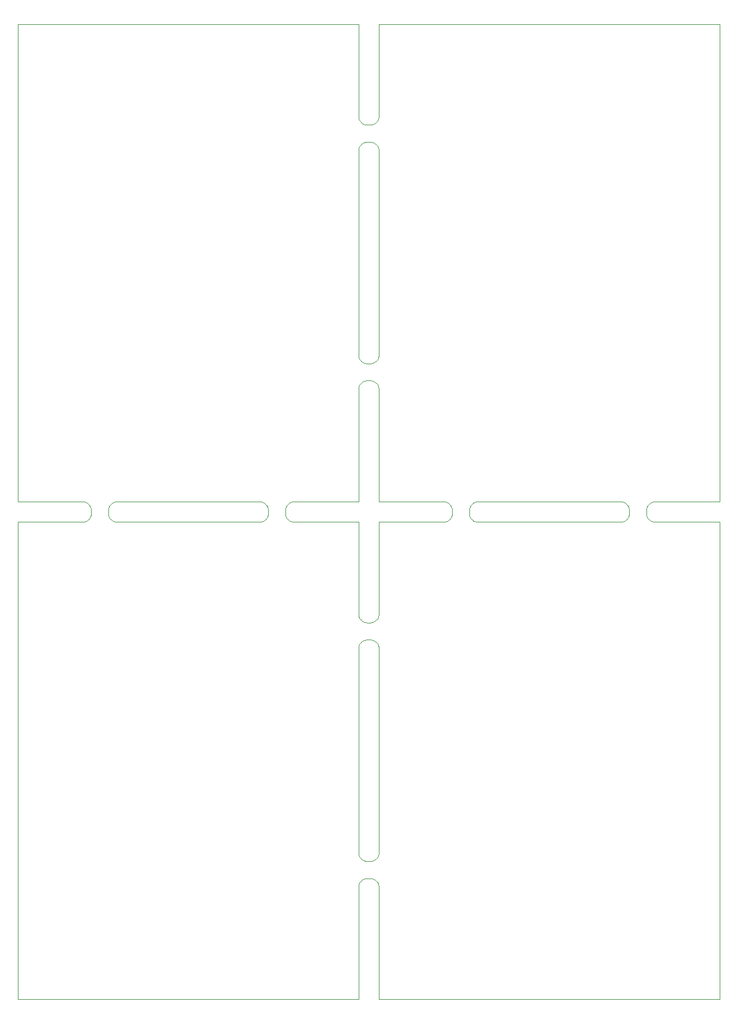
<source format=gbr>
%TF.GenerationSoftware,KiCad,Pcbnew,(5.1.5)-2*%
%TF.CreationDate,2020-06-14T05:32:06+12:00*%
%TF.ProjectId,output.RGB-to-component-panel,6f757470-7574-42e5-9247-422d746f2d63,rev?*%
%TF.SameCoordinates,Original*%
%TF.FileFunction,Profile,NP*%
%FSLAX46Y46*%
G04 Gerber Fmt 4.6, Leading zero omitted, Abs format (unit mm)*
G04 Created by KiCad (PCBNEW (5.1.5)-2) date 2020-06-14 05:32:06*
%MOMM*%
%LPD*%
G04 APERTURE LIST*
%ADD10C,0.050000*%
%ADD11C,0.100000*%
G04 APERTURE END LIST*
D10*
X123000000Y-113000000D02*
X123000000Y-183000000D01*
X123000000Y-183000000D02*
X73000000Y-183000000D01*
X20000000Y-183000000D02*
X20000000Y-113000000D01*
X70000000Y-183000000D02*
X20000000Y-183000000D01*
X73000000Y-40000000D02*
X123000000Y-40000000D01*
X123000000Y-40000000D02*
X123000000Y-110000000D01*
X20000000Y-110000000D02*
X20000000Y-40000000D01*
X20000000Y-40000000D02*
X70000000Y-40000000D01*
D11*
X70000000Y-166500020D02*
X70000000Y-183000000D01*
X73000000Y-166500020D02*
X73000000Y-183000000D01*
X73000000Y-166500020D02*
X72992313Y-166400316D01*
X70000000Y-166500020D02*
X70007687Y-166400316D01*
X72992313Y-166400316D02*
X72976985Y-166301498D01*
X70007687Y-166400316D02*
X70023015Y-166301498D01*
X72976985Y-166301498D02*
X72954107Y-166204151D01*
X70023015Y-166301498D02*
X70045893Y-166204151D01*
X72954107Y-166204151D02*
X72923814Y-166108851D01*
X70045893Y-166204151D02*
X70076186Y-166108851D01*
X72923814Y-166108851D02*
X72886285Y-166016161D01*
X70076186Y-166108851D02*
X70113715Y-166016161D01*
X72886285Y-166016161D02*
X72841742Y-165926630D01*
X70113715Y-166016161D02*
X70158258Y-165926630D01*
X72841742Y-165926630D02*
X72790449Y-165840788D01*
X70158258Y-165926630D02*
X70209551Y-165840788D01*
X72790449Y-165840788D02*
X72732709Y-165759143D01*
X70209551Y-165840788D02*
X70267291Y-165759143D01*
X72732709Y-165759143D02*
X72668864Y-165682178D01*
X70267291Y-165759143D02*
X70331136Y-165682178D01*
X72668864Y-165682178D02*
X72599292Y-165610348D01*
X70331136Y-165682178D02*
X70400708Y-165610348D01*
X72599292Y-165610348D02*
X72524405Y-165544078D01*
X70400708Y-165610348D02*
X70475595Y-165544078D01*
X72524405Y-165544078D02*
X72444646Y-165483760D01*
X70475595Y-165544078D02*
X70555354Y-165483760D01*
X72444646Y-165483760D02*
X72360487Y-165429751D01*
X70555354Y-165483760D02*
X70639513Y-165429751D01*
X72360487Y-165429751D02*
X72272426Y-165382371D01*
X70639513Y-165429751D02*
X70727574Y-165382371D01*
X72272426Y-165382371D02*
X72180984Y-165341900D01*
X70727574Y-165382371D02*
X70819016Y-165341900D01*
X72180984Y-165341900D02*
X72086702Y-165308578D01*
X70819016Y-165341900D02*
X70913298Y-165308578D01*
X72086702Y-165308578D02*
X71990138Y-165282602D01*
X70913298Y-165308578D02*
X71009862Y-165282602D01*
X71990138Y-165282602D02*
X71891863Y-165264125D01*
X71009862Y-165282602D02*
X71108137Y-165264125D01*
X71891863Y-165264125D02*
X71792458Y-165253257D01*
X71108137Y-165264125D02*
X71207542Y-165253257D01*
X71792458Y-165253257D02*
X71692512Y-165250062D01*
X71207542Y-165253257D02*
X71307488Y-165250062D01*
X71307488Y-165250062D02*
X71692512Y-165250062D01*
X73000000Y-161499980D02*
X72992313Y-161599684D01*
X70000000Y-161499980D02*
X70007687Y-161599684D01*
X72992313Y-161599684D02*
X72976985Y-161698502D01*
X70007687Y-161599684D02*
X70023015Y-161698502D01*
X72976985Y-161698502D02*
X72954107Y-161795849D01*
X70023015Y-161698502D02*
X70045893Y-161795849D01*
X72954107Y-161795849D02*
X72923814Y-161891149D01*
X70045893Y-161795849D02*
X70076186Y-161891149D01*
X72923814Y-161891149D02*
X72886285Y-161983839D01*
X70076186Y-161891149D02*
X70113715Y-161983839D01*
X72886285Y-161983839D02*
X72841742Y-162073370D01*
X70113715Y-161983839D02*
X70158258Y-162073370D01*
X72841742Y-162073370D02*
X72790449Y-162159212D01*
X70158258Y-162073370D02*
X70209551Y-162159212D01*
X72790449Y-162159212D02*
X72732709Y-162240857D01*
X70209551Y-162159212D02*
X70267291Y-162240857D01*
X72732709Y-162240857D02*
X72668864Y-162317822D01*
X70267291Y-162240857D02*
X70331136Y-162317822D01*
X72668864Y-162317822D02*
X72599292Y-162389652D01*
X70331136Y-162317822D02*
X70400708Y-162389652D01*
X72599292Y-162389652D02*
X72524405Y-162455922D01*
X70400708Y-162389652D02*
X70475595Y-162455922D01*
X72524405Y-162455922D02*
X72444646Y-162516240D01*
X70475595Y-162455922D02*
X70555354Y-162516240D01*
X72444646Y-162516240D02*
X72360487Y-162570249D01*
X70555354Y-162516240D02*
X70639513Y-162570249D01*
X72360487Y-162570249D02*
X72272426Y-162617629D01*
X70639513Y-162570249D02*
X70727574Y-162617629D01*
X72272426Y-162617629D02*
X72180984Y-162658100D01*
X70727574Y-162617629D02*
X70819016Y-162658100D01*
X72180984Y-162658100D02*
X72086702Y-162691422D01*
X70819016Y-162658100D02*
X70913298Y-162691422D01*
X72086702Y-162691422D02*
X71990138Y-162717398D01*
X70913298Y-162691422D02*
X71009862Y-162717398D01*
X71990138Y-162717398D02*
X71891863Y-162735875D01*
X71009862Y-162717398D02*
X71108137Y-162735875D01*
X71891863Y-162735875D02*
X71792458Y-162746743D01*
X71108137Y-162735875D02*
X71207542Y-162746743D01*
X71792458Y-162746743D02*
X71692512Y-162749938D01*
X71207542Y-162746743D02*
X71307488Y-162749938D01*
X71307488Y-162749938D02*
X71692512Y-162749938D01*
X70000000Y-131499980D02*
X70000000Y-161499980D01*
X70000000Y-126500000D02*
X70000000Y-113000000D01*
X73000000Y-131499980D02*
X73000000Y-161499980D01*
X73000000Y-126500000D02*
X73000000Y-113000000D01*
X73000000Y-131499980D02*
X72992313Y-131400276D01*
X70000000Y-131499980D02*
X70007687Y-131400276D01*
X72992313Y-131400276D02*
X72976985Y-131301458D01*
X70007687Y-131400276D02*
X70023015Y-131301458D01*
X72976985Y-131301458D02*
X72954107Y-131204111D01*
X70023015Y-131301458D02*
X70045893Y-131204111D01*
X72954107Y-131204111D02*
X72923814Y-131108811D01*
X70045893Y-131204111D02*
X70076186Y-131108811D01*
X72923814Y-131108811D02*
X72886285Y-131016121D01*
X70076186Y-131108811D02*
X70113715Y-131016121D01*
X72886285Y-131016121D02*
X72841742Y-130926590D01*
X70113715Y-131016121D02*
X70158258Y-130926590D01*
X72841742Y-130926590D02*
X72790449Y-130840748D01*
X70158258Y-130926590D02*
X70209551Y-130840748D01*
X72790449Y-130840748D02*
X72732709Y-130759103D01*
X70209551Y-130840748D02*
X70267291Y-130759103D01*
X72732709Y-130759103D02*
X72668864Y-130682138D01*
X70267291Y-130759103D02*
X70331136Y-130682138D01*
X72668864Y-130682138D02*
X72599292Y-130610308D01*
X70331136Y-130682138D02*
X70400708Y-130610308D01*
X72599292Y-130610308D02*
X72524405Y-130544038D01*
X70400708Y-130610308D02*
X70475595Y-130544038D01*
X72524405Y-130544038D02*
X72444646Y-130483720D01*
X70475595Y-130544038D02*
X70555354Y-130483720D01*
X72444646Y-130483720D02*
X72360487Y-130429711D01*
X70555354Y-130483720D02*
X70639513Y-130429711D01*
X72360487Y-130429711D02*
X72272426Y-130382331D01*
X70639513Y-130429711D02*
X70727574Y-130382331D01*
X72272426Y-130382331D02*
X72180984Y-130341860D01*
X70727574Y-130382331D02*
X70819016Y-130341860D01*
X72180984Y-130341860D02*
X72086702Y-130308538D01*
X70819016Y-130341860D02*
X70913298Y-130308538D01*
X72086702Y-130308538D02*
X71990138Y-130282562D01*
X70913298Y-130308538D02*
X71009862Y-130282562D01*
X71990138Y-130282562D02*
X71891863Y-130264085D01*
X71009862Y-130282562D02*
X71108137Y-130264085D01*
X71891863Y-130264085D02*
X71792458Y-130253217D01*
X71108137Y-130264085D02*
X71207542Y-130253217D01*
X71792458Y-130253217D02*
X71692512Y-130250022D01*
X71207542Y-130253217D02*
X71307488Y-130250022D01*
X71307488Y-130250022D02*
X71692512Y-130250022D01*
X73000000Y-126500000D02*
X72992313Y-126599704D01*
X70000000Y-126500000D02*
X70007687Y-126599704D01*
X72992313Y-126599704D02*
X72976985Y-126698522D01*
X70007687Y-126599704D02*
X70023015Y-126698522D01*
X72976985Y-126698522D02*
X72954107Y-126795869D01*
X70023015Y-126698522D02*
X70045893Y-126795869D01*
X72954107Y-126795869D02*
X72923814Y-126891169D01*
X70045893Y-126795869D02*
X70076186Y-126891169D01*
X72923814Y-126891169D02*
X72886285Y-126983859D01*
X70076186Y-126891169D02*
X70113715Y-126983859D01*
X72886285Y-126983859D02*
X72841742Y-127073390D01*
X70113715Y-126983859D02*
X70158258Y-127073390D01*
X72841742Y-127073390D02*
X72790449Y-127159232D01*
X70158258Y-127073390D02*
X70209551Y-127159232D01*
X72790449Y-127159232D02*
X72732709Y-127240877D01*
X70209551Y-127159232D02*
X70267291Y-127240877D01*
X72732709Y-127240877D02*
X72668864Y-127317842D01*
X70267291Y-127240877D02*
X70331136Y-127317842D01*
X72668864Y-127317842D02*
X72599292Y-127389672D01*
X70331136Y-127317842D02*
X70400708Y-127389672D01*
X72599292Y-127389672D02*
X72524405Y-127455942D01*
X70400708Y-127389672D02*
X70475595Y-127455942D01*
X72524405Y-127455942D02*
X72444646Y-127516260D01*
X70475595Y-127455942D02*
X70555354Y-127516260D01*
X72444646Y-127516260D02*
X72360487Y-127570269D01*
X70555354Y-127516260D02*
X70639513Y-127570269D01*
X72360487Y-127570269D02*
X72272426Y-127617649D01*
X70639513Y-127570269D02*
X70727574Y-127617649D01*
X72272426Y-127617649D02*
X72180984Y-127658120D01*
X70727574Y-127617649D02*
X70819016Y-127658120D01*
X72180984Y-127658120D02*
X72086702Y-127691442D01*
X70819016Y-127658120D02*
X70913298Y-127691442D01*
X72086702Y-127691442D02*
X71990138Y-127717418D01*
X70913298Y-127691442D02*
X71009862Y-127717418D01*
X71990138Y-127717418D02*
X71891863Y-127735895D01*
X71009862Y-127717418D02*
X71108137Y-127735895D01*
X71891863Y-127735895D02*
X71792458Y-127746763D01*
X71108137Y-127735895D02*
X71207542Y-127746763D01*
X71792458Y-127746763D02*
X71692512Y-127749958D01*
X71207542Y-127746763D02*
X71307488Y-127749958D01*
X71307488Y-127749958D02*
X71692512Y-127749958D01*
X70000000Y-93500020D02*
X70000000Y-110000000D01*
X73000000Y-93500020D02*
X73000000Y-110000000D01*
X73000000Y-93500020D02*
X72992313Y-93400316D01*
X70000000Y-93500020D02*
X70007687Y-93400316D01*
X72992313Y-93400316D02*
X72976985Y-93301498D01*
X70007687Y-93400316D02*
X70023015Y-93301498D01*
X72976985Y-93301498D02*
X72954107Y-93204151D01*
X70023015Y-93301498D02*
X70045893Y-93204151D01*
X72954107Y-93204151D02*
X72923814Y-93108851D01*
X70045893Y-93204151D02*
X70076186Y-93108851D01*
X72923814Y-93108851D02*
X72886285Y-93016161D01*
X70076186Y-93108851D02*
X70113715Y-93016161D01*
X72886285Y-93016161D02*
X72841742Y-92926630D01*
X70113715Y-93016161D02*
X70158258Y-92926630D01*
X72841742Y-92926630D02*
X72790449Y-92840788D01*
X70158258Y-92926630D02*
X70209551Y-92840788D01*
X72790449Y-92840788D02*
X72732709Y-92759143D01*
X70209551Y-92840788D02*
X70267291Y-92759143D01*
X72732709Y-92759143D02*
X72668864Y-92682178D01*
X70267291Y-92759143D02*
X70331136Y-92682178D01*
X72668864Y-92682178D02*
X72599292Y-92610348D01*
X70331136Y-92682178D02*
X70400708Y-92610348D01*
X72599292Y-92610348D02*
X72524405Y-92544078D01*
X70400708Y-92610348D02*
X70475595Y-92544078D01*
X72524405Y-92544078D02*
X72444646Y-92483760D01*
X70475595Y-92544078D02*
X70555354Y-92483760D01*
X72444646Y-92483760D02*
X72360487Y-92429751D01*
X70555354Y-92483760D02*
X70639513Y-92429751D01*
X72360487Y-92429751D02*
X72272426Y-92382371D01*
X70639513Y-92429751D02*
X70727574Y-92382371D01*
X72272426Y-92382371D02*
X72180984Y-92341900D01*
X70727574Y-92382371D02*
X70819016Y-92341900D01*
X72180984Y-92341900D02*
X72086702Y-92308578D01*
X70819016Y-92341900D02*
X70913298Y-92308578D01*
X72086702Y-92308578D02*
X71990138Y-92282602D01*
X70913298Y-92308578D02*
X71009862Y-92282602D01*
X71990138Y-92282602D02*
X71891863Y-92264125D01*
X71009862Y-92282602D02*
X71108137Y-92264125D01*
X71891863Y-92264125D02*
X71792458Y-92253257D01*
X71108137Y-92264125D02*
X71207542Y-92253257D01*
X71792458Y-92253257D02*
X71692512Y-92250062D01*
X71207542Y-92253257D02*
X71307488Y-92250062D01*
X71307488Y-92250062D02*
X71692512Y-92250062D01*
X73000000Y-88499980D02*
X72992313Y-88599684D01*
X70000000Y-88499980D02*
X70007687Y-88599684D01*
X72992313Y-88599684D02*
X72976985Y-88698502D01*
X70007687Y-88599684D02*
X70023015Y-88698502D01*
X72976985Y-88698502D02*
X72954107Y-88795849D01*
X70023015Y-88698502D02*
X70045893Y-88795849D01*
X72954107Y-88795849D02*
X72923814Y-88891149D01*
X70045893Y-88795849D02*
X70076186Y-88891149D01*
X72923814Y-88891149D02*
X72886285Y-88983839D01*
X70076186Y-88891149D02*
X70113715Y-88983839D01*
X72886285Y-88983839D02*
X72841742Y-89073370D01*
X70113715Y-88983839D02*
X70158258Y-89073370D01*
X72841742Y-89073370D02*
X72790449Y-89159212D01*
X70158258Y-89073370D02*
X70209551Y-89159212D01*
X72790449Y-89159212D02*
X72732709Y-89240857D01*
X70209551Y-89159212D02*
X70267291Y-89240857D01*
X72732709Y-89240857D02*
X72668864Y-89317822D01*
X70267291Y-89240857D02*
X70331136Y-89317822D01*
X72668864Y-89317822D02*
X72599292Y-89389652D01*
X70331136Y-89317822D02*
X70400708Y-89389652D01*
X72599292Y-89389652D02*
X72524405Y-89455922D01*
X70400708Y-89389652D02*
X70475595Y-89455922D01*
X72524405Y-89455922D02*
X72444646Y-89516240D01*
X70475595Y-89455922D02*
X70555354Y-89516240D01*
X72444646Y-89516240D02*
X72360487Y-89570249D01*
X70555354Y-89516240D02*
X70639513Y-89570249D01*
X72360487Y-89570249D02*
X72272426Y-89617629D01*
X70639513Y-89570249D02*
X70727574Y-89617629D01*
X72272426Y-89617629D02*
X72180984Y-89658100D01*
X70727574Y-89617629D02*
X70819016Y-89658100D01*
X72180984Y-89658100D02*
X72086702Y-89691422D01*
X70819016Y-89658100D02*
X70913298Y-89691422D01*
X72086702Y-89691422D02*
X71990138Y-89717398D01*
X70913298Y-89691422D02*
X71009862Y-89717398D01*
X71990138Y-89717398D02*
X71891863Y-89735875D01*
X71009862Y-89717398D02*
X71108137Y-89735875D01*
X71891863Y-89735875D02*
X71792458Y-89746743D01*
X71108137Y-89735875D02*
X71207542Y-89746743D01*
X71792458Y-89746743D02*
X71692512Y-89749938D01*
X71207542Y-89746743D02*
X71307488Y-89749938D01*
X71307488Y-89749938D02*
X71692512Y-89749938D01*
X70000000Y-58499980D02*
X70000000Y-88499980D01*
X70000000Y-53500000D02*
X70000000Y-40000000D01*
X73000000Y-58499980D02*
X73000000Y-88499980D01*
X73000000Y-53500000D02*
X73000000Y-40000000D01*
X73000000Y-58499980D02*
X72992313Y-58400276D01*
X70000000Y-58499980D02*
X70007687Y-58400276D01*
X72992313Y-58400276D02*
X72976985Y-58301458D01*
X70007687Y-58400276D02*
X70023015Y-58301458D01*
X72976985Y-58301458D02*
X72954107Y-58204111D01*
X70023015Y-58301458D02*
X70045893Y-58204111D01*
X72954107Y-58204111D02*
X72923814Y-58108811D01*
X70045893Y-58204111D02*
X70076186Y-58108811D01*
X72923814Y-58108811D02*
X72886285Y-58016121D01*
X70076186Y-58108811D02*
X70113715Y-58016121D01*
X72886285Y-58016121D02*
X72841742Y-57926590D01*
X70113715Y-58016121D02*
X70158258Y-57926590D01*
X72841742Y-57926590D02*
X72790449Y-57840748D01*
X70158258Y-57926590D02*
X70209551Y-57840748D01*
X72790449Y-57840748D02*
X72732709Y-57759103D01*
X70209551Y-57840748D02*
X70267291Y-57759103D01*
X72732709Y-57759103D02*
X72668864Y-57682138D01*
X70267291Y-57759103D02*
X70331136Y-57682138D01*
X72668864Y-57682138D02*
X72599292Y-57610308D01*
X70331136Y-57682138D02*
X70400708Y-57610308D01*
X72599292Y-57610308D02*
X72524405Y-57544038D01*
X70400708Y-57610308D02*
X70475595Y-57544038D01*
X72524405Y-57544038D02*
X72444646Y-57483720D01*
X70475595Y-57544038D02*
X70555354Y-57483720D01*
X72444646Y-57483720D02*
X72360487Y-57429711D01*
X70555354Y-57483720D02*
X70639513Y-57429711D01*
X72360487Y-57429711D02*
X72272426Y-57382331D01*
X70639513Y-57429711D02*
X70727574Y-57382331D01*
X72272426Y-57382331D02*
X72180984Y-57341860D01*
X70727574Y-57382331D02*
X70819016Y-57341860D01*
X72180984Y-57341860D02*
X72086702Y-57308538D01*
X70819016Y-57341860D02*
X70913298Y-57308538D01*
X72086702Y-57308538D02*
X71990138Y-57282562D01*
X70913298Y-57308538D02*
X71009862Y-57282562D01*
X71990138Y-57282562D02*
X71891863Y-57264085D01*
X71009862Y-57282562D02*
X71108137Y-57264085D01*
X71891863Y-57264085D02*
X71792458Y-57253217D01*
X71108137Y-57264085D02*
X71207542Y-57253217D01*
X71792458Y-57253217D02*
X71692512Y-57250022D01*
X71207542Y-57253217D02*
X71307488Y-57250022D01*
X71307488Y-57250022D02*
X71692512Y-57250022D01*
X73000000Y-53500000D02*
X72992313Y-53599704D01*
X70000000Y-53500000D02*
X70007687Y-53599704D01*
X72992313Y-53599704D02*
X72976985Y-53698522D01*
X70007687Y-53599704D02*
X70023015Y-53698522D01*
X72976985Y-53698522D02*
X72954107Y-53795869D01*
X70023015Y-53698522D02*
X70045893Y-53795869D01*
X72954107Y-53795869D02*
X72923814Y-53891169D01*
X70045893Y-53795869D02*
X70076186Y-53891169D01*
X72923814Y-53891169D02*
X72886285Y-53983859D01*
X70076186Y-53891169D02*
X70113715Y-53983859D01*
X72886285Y-53983859D02*
X72841742Y-54073390D01*
X70113715Y-53983859D02*
X70158258Y-54073390D01*
X72841742Y-54073390D02*
X72790449Y-54159232D01*
X70158258Y-54073390D02*
X70209551Y-54159232D01*
X72790449Y-54159232D02*
X72732709Y-54240877D01*
X70209551Y-54159232D02*
X70267291Y-54240877D01*
X72732709Y-54240877D02*
X72668864Y-54317842D01*
X70267291Y-54240877D02*
X70331136Y-54317842D01*
X72668864Y-54317842D02*
X72599292Y-54389672D01*
X70331136Y-54317842D02*
X70400708Y-54389672D01*
X72599292Y-54389672D02*
X72524405Y-54455942D01*
X70400708Y-54389672D02*
X70475595Y-54455942D01*
X72524405Y-54455942D02*
X72444646Y-54516260D01*
X70475595Y-54455942D02*
X70555354Y-54516260D01*
X72444646Y-54516260D02*
X72360487Y-54570269D01*
X70555354Y-54516260D02*
X70639513Y-54570269D01*
X72360487Y-54570269D02*
X72272426Y-54617649D01*
X70639513Y-54570269D02*
X70727574Y-54617649D01*
X72272426Y-54617649D02*
X72180984Y-54658120D01*
X70727574Y-54617649D02*
X70819016Y-54658120D01*
X72180984Y-54658120D02*
X72086702Y-54691442D01*
X70819016Y-54658120D02*
X70913298Y-54691442D01*
X72086702Y-54691442D02*
X71990138Y-54717418D01*
X70913298Y-54691442D02*
X71009862Y-54717418D01*
X71990138Y-54717418D02*
X71891863Y-54735895D01*
X71009862Y-54717418D02*
X71108137Y-54735895D01*
X71891863Y-54735895D02*
X71792458Y-54746763D01*
X71108137Y-54735895D02*
X71207542Y-54746763D01*
X71792458Y-54746763D02*
X71692512Y-54749958D01*
X71207542Y-54746763D02*
X71307488Y-54749958D01*
X71307488Y-54749958D02*
X71692512Y-54749958D01*
X29500010Y-110000000D02*
X20000000Y-110000000D01*
X29500010Y-113000000D02*
X20000000Y-113000000D01*
X29500010Y-113000000D02*
X29599714Y-112992313D01*
X29500010Y-110000000D02*
X29599714Y-110007687D01*
X29599714Y-112992313D02*
X29698532Y-112976985D01*
X29599714Y-110007687D02*
X29698532Y-110023015D01*
X29698532Y-112976985D02*
X29795879Y-112954107D01*
X29698532Y-110023015D02*
X29795879Y-110045893D01*
X29795879Y-112954107D02*
X29891179Y-112923814D01*
X29795879Y-110045893D02*
X29891179Y-110076186D01*
X29891179Y-112923814D02*
X29983869Y-112886285D01*
X29891179Y-110076186D02*
X29983869Y-110113715D01*
X29983869Y-112886285D02*
X30073400Y-112841742D01*
X29983869Y-110113715D02*
X30073400Y-110158258D01*
X30073400Y-112841742D02*
X30159242Y-112790449D01*
X30073400Y-110158258D02*
X30159242Y-110209551D01*
X30159242Y-112790449D02*
X30240887Y-112732709D01*
X30159242Y-110209551D02*
X30240887Y-110267291D01*
X30240887Y-112732709D02*
X30317852Y-112668864D01*
X30240887Y-110267291D02*
X30317852Y-110331136D01*
X30317852Y-112668864D02*
X30389682Y-112599292D01*
X30317852Y-110331136D02*
X30389682Y-110400708D01*
X30389682Y-112599292D02*
X30455952Y-112524405D01*
X30389682Y-110400708D02*
X30455952Y-110475595D01*
X30455952Y-112524405D02*
X30516270Y-112444646D01*
X30455952Y-110475595D02*
X30516270Y-110555354D01*
X30516270Y-112444646D02*
X30570279Y-112360487D01*
X30516270Y-110555354D02*
X30570279Y-110639513D01*
X30570279Y-112360487D02*
X30617659Y-112272426D01*
X30570279Y-110639513D02*
X30617659Y-110727574D01*
X30617659Y-112272426D02*
X30658130Y-112180984D01*
X30617659Y-110727574D02*
X30658130Y-110819016D01*
X30658130Y-112180984D02*
X30691452Y-112086702D01*
X30658130Y-110819016D02*
X30691452Y-110913298D01*
X30691452Y-112086702D02*
X30717428Y-111990138D01*
X30691452Y-110913298D02*
X30717428Y-111009862D01*
X30717428Y-111990138D02*
X30735905Y-111891863D01*
X30717428Y-111009862D02*
X30735905Y-111108137D01*
X30735905Y-111891863D02*
X30746773Y-111792458D01*
X30735905Y-111108137D02*
X30746773Y-111207542D01*
X30746773Y-111792458D02*
X30749968Y-111692512D01*
X30746773Y-111207542D02*
X30749968Y-111307488D01*
X30749968Y-111307488D02*
X30749968Y-111692512D01*
X34500020Y-113000000D02*
X34400316Y-112992313D01*
X34500020Y-110000000D02*
X34400316Y-110007687D01*
X34400316Y-112992313D02*
X34301498Y-112976985D01*
X34400316Y-110007687D02*
X34301498Y-110023015D01*
X34301498Y-112976985D02*
X34204151Y-112954107D01*
X34301498Y-110023015D02*
X34204151Y-110045893D01*
X34204151Y-112954107D02*
X34108851Y-112923814D01*
X34204151Y-110045893D02*
X34108851Y-110076186D01*
X34108851Y-112923814D02*
X34016161Y-112886285D01*
X34108851Y-110076186D02*
X34016161Y-110113715D01*
X34016161Y-112886285D02*
X33926630Y-112841742D01*
X34016161Y-110113715D02*
X33926630Y-110158258D01*
X33926630Y-112841742D02*
X33840788Y-112790449D01*
X33926630Y-110158258D02*
X33840788Y-110209551D01*
X33840788Y-112790449D02*
X33759143Y-112732709D01*
X33840788Y-110209551D02*
X33759143Y-110267291D01*
X33759143Y-112732709D02*
X33682178Y-112668864D01*
X33759143Y-110267291D02*
X33682178Y-110331136D01*
X33682178Y-112668864D02*
X33610348Y-112599292D01*
X33682178Y-110331136D02*
X33610348Y-110400708D01*
X33610348Y-112599292D02*
X33544078Y-112524405D01*
X33610348Y-110400708D02*
X33544078Y-110475595D01*
X33544078Y-112524405D02*
X33483760Y-112444646D01*
X33544078Y-110475595D02*
X33483760Y-110555354D01*
X33483760Y-112444646D02*
X33429751Y-112360487D01*
X33483760Y-110555354D02*
X33429751Y-110639513D01*
X33429751Y-112360487D02*
X33382371Y-112272426D01*
X33429751Y-110639513D02*
X33382371Y-110727574D01*
X33382371Y-112272426D02*
X33341900Y-112180984D01*
X33382371Y-110727574D02*
X33341900Y-110819016D01*
X33341900Y-112180984D02*
X33308578Y-112086702D01*
X33341900Y-110819016D02*
X33308578Y-110913298D01*
X33308578Y-112086702D02*
X33282602Y-111990138D01*
X33308578Y-110913298D02*
X33282602Y-111009862D01*
X33282602Y-111990138D02*
X33264125Y-111891863D01*
X33282602Y-111009862D02*
X33264125Y-111108137D01*
X33264125Y-111891863D02*
X33253257Y-111792458D01*
X33264125Y-111108137D02*
X33253257Y-111207542D01*
X33253257Y-111792458D02*
X33250062Y-111692512D01*
X33253257Y-111207542D02*
X33250062Y-111307488D01*
X33250062Y-111307488D02*
X33250062Y-111692512D01*
X55500012Y-110000000D02*
X34500020Y-110000000D01*
X60499990Y-110000000D02*
X70000000Y-110000000D01*
X55500012Y-113000000D02*
X34500020Y-113000000D01*
X60499990Y-113000000D02*
X70000000Y-113000000D01*
X55500012Y-113000000D02*
X55599716Y-112992313D01*
X55500012Y-110000000D02*
X55599716Y-110007687D01*
X55599716Y-112992313D02*
X55698534Y-112976985D01*
X55599716Y-110007687D02*
X55698534Y-110023015D01*
X55698534Y-112976985D02*
X55795881Y-112954107D01*
X55698534Y-110023015D02*
X55795881Y-110045893D01*
X55795881Y-112954107D02*
X55891181Y-112923814D01*
X55795881Y-110045893D02*
X55891181Y-110076186D01*
X55891181Y-112923814D02*
X55983871Y-112886285D01*
X55891181Y-110076186D02*
X55983871Y-110113715D01*
X55983871Y-112886285D02*
X56073402Y-112841742D01*
X55983871Y-110113715D02*
X56073402Y-110158258D01*
X56073402Y-112841742D02*
X56159244Y-112790449D01*
X56073402Y-110158258D02*
X56159244Y-110209551D01*
X56159244Y-112790449D02*
X56240889Y-112732709D01*
X56159244Y-110209551D02*
X56240889Y-110267291D01*
X56240889Y-112732709D02*
X56317854Y-112668864D01*
X56240889Y-110267291D02*
X56317854Y-110331136D01*
X56317854Y-112668864D02*
X56389684Y-112599292D01*
X56317854Y-110331136D02*
X56389684Y-110400708D01*
X56389684Y-112599292D02*
X56455954Y-112524405D01*
X56389684Y-110400708D02*
X56455954Y-110475595D01*
X56455954Y-112524405D02*
X56516272Y-112444646D01*
X56455954Y-110475595D02*
X56516272Y-110555354D01*
X56516272Y-112444646D02*
X56570281Y-112360487D01*
X56516272Y-110555354D02*
X56570281Y-110639513D01*
X56570281Y-112360487D02*
X56617661Y-112272426D01*
X56570281Y-110639513D02*
X56617661Y-110727574D01*
X56617661Y-112272426D02*
X56658132Y-112180984D01*
X56617661Y-110727574D02*
X56658132Y-110819016D01*
X56658132Y-112180984D02*
X56691454Y-112086702D01*
X56658132Y-110819016D02*
X56691454Y-110913298D01*
X56691454Y-112086702D02*
X56717430Y-111990138D01*
X56691454Y-110913298D02*
X56717430Y-111009862D01*
X56717430Y-111990138D02*
X56735907Y-111891863D01*
X56717430Y-111009862D02*
X56735907Y-111108137D01*
X56735907Y-111891863D02*
X56746775Y-111792458D01*
X56735907Y-111108137D02*
X56746775Y-111207542D01*
X56746775Y-111792458D02*
X56749970Y-111692512D01*
X56746775Y-111207542D02*
X56749970Y-111307488D01*
X56749970Y-111307488D02*
X56749970Y-111692512D01*
X60499990Y-113000000D02*
X60400286Y-112992313D01*
X60499990Y-110000000D02*
X60400286Y-110007687D01*
X60400286Y-112992313D02*
X60301468Y-112976985D01*
X60400286Y-110007687D02*
X60301468Y-110023015D01*
X60301468Y-112976985D02*
X60204121Y-112954107D01*
X60301468Y-110023015D02*
X60204121Y-110045893D01*
X60204121Y-112954107D02*
X60108821Y-112923814D01*
X60204121Y-110045893D02*
X60108821Y-110076186D01*
X60108821Y-112923814D02*
X60016131Y-112886285D01*
X60108821Y-110076186D02*
X60016131Y-110113715D01*
X60016131Y-112886285D02*
X59926600Y-112841742D01*
X60016131Y-110113715D02*
X59926600Y-110158258D01*
X59926600Y-112841742D02*
X59840758Y-112790449D01*
X59926600Y-110158258D02*
X59840758Y-110209551D01*
X59840758Y-112790449D02*
X59759113Y-112732709D01*
X59840758Y-110209551D02*
X59759113Y-110267291D01*
X59759113Y-112732709D02*
X59682148Y-112668864D01*
X59759113Y-110267291D02*
X59682148Y-110331136D01*
X59682148Y-112668864D02*
X59610318Y-112599292D01*
X59682148Y-110331136D02*
X59610318Y-110400708D01*
X59610318Y-112599292D02*
X59544048Y-112524405D01*
X59610318Y-110400708D02*
X59544048Y-110475595D01*
X59544048Y-112524405D02*
X59483730Y-112444646D01*
X59544048Y-110475595D02*
X59483730Y-110555354D01*
X59483730Y-112444646D02*
X59429721Y-112360487D01*
X59483730Y-110555354D02*
X59429721Y-110639513D01*
X59429721Y-112360487D02*
X59382341Y-112272426D01*
X59429721Y-110639513D02*
X59382341Y-110727574D01*
X59382341Y-112272426D02*
X59341870Y-112180984D01*
X59382341Y-110727574D02*
X59341870Y-110819016D01*
X59341870Y-112180984D02*
X59308548Y-112086702D01*
X59341870Y-110819016D02*
X59308548Y-110913298D01*
X59308548Y-112086702D02*
X59282572Y-111990138D01*
X59308548Y-110913298D02*
X59282572Y-111009862D01*
X59282572Y-111990138D02*
X59264095Y-111891863D01*
X59282572Y-111009862D02*
X59264095Y-111108137D01*
X59264095Y-111891863D02*
X59253227Y-111792458D01*
X59264095Y-111108137D02*
X59253227Y-111207542D01*
X59253227Y-111792458D02*
X59250032Y-111692512D01*
X59253227Y-111207542D02*
X59250032Y-111307488D01*
X59250032Y-111307488D02*
X59250032Y-111692512D01*
X82500010Y-110000000D02*
X73000000Y-110000000D01*
X82500010Y-113000000D02*
X73000000Y-113000000D01*
X82500010Y-113000000D02*
X82599714Y-112992313D01*
X82500010Y-110000000D02*
X82599714Y-110007687D01*
X82599714Y-112992313D02*
X82698532Y-112976985D01*
X82599714Y-110007687D02*
X82698532Y-110023015D01*
X82698532Y-112976985D02*
X82795879Y-112954107D01*
X82698532Y-110023015D02*
X82795879Y-110045893D01*
X82795879Y-112954107D02*
X82891179Y-112923814D01*
X82795879Y-110045893D02*
X82891179Y-110076186D01*
X82891179Y-112923814D02*
X82983869Y-112886285D01*
X82891179Y-110076186D02*
X82983869Y-110113715D01*
X82983869Y-112886285D02*
X83073400Y-112841742D01*
X82983869Y-110113715D02*
X83073400Y-110158258D01*
X83073400Y-112841742D02*
X83159242Y-112790449D01*
X83073400Y-110158258D02*
X83159242Y-110209551D01*
X83159242Y-112790449D02*
X83240887Y-112732709D01*
X83159242Y-110209551D02*
X83240887Y-110267291D01*
X83240887Y-112732709D02*
X83317852Y-112668864D01*
X83240887Y-110267291D02*
X83317852Y-110331136D01*
X83317852Y-112668864D02*
X83389682Y-112599292D01*
X83317852Y-110331136D02*
X83389682Y-110400708D01*
X83389682Y-112599292D02*
X83455952Y-112524405D01*
X83389682Y-110400708D02*
X83455952Y-110475595D01*
X83455952Y-112524405D02*
X83516270Y-112444646D01*
X83455952Y-110475595D02*
X83516270Y-110555354D01*
X83516270Y-112444646D02*
X83570279Y-112360487D01*
X83516270Y-110555354D02*
X83570279Y-110639513D01*
X83570279Y-112360487D02*
X83617659Y-112272426D01*
X83570279Y-110639513D02*
X83617659Y-110727574D01*
X83617659Y-112272426D02*
X83658130Y-112180984D01*
X83617659Y-110727574D02*
X83658130Y-110819016D01*
X83658130Y-112180984D02*
X83691452Y-112086702D01*
X83658130Y-110819016D02*
X83691452Y-110913298D01*
X83691452Y-112086702D02*
X83717428Y-111990138D01*
X83691452Y-110913298D02*
X83717428Y-111009862D01*
X83717428Y-111990138D02*
X83735905Y-111891863D01*
X83717428Y-111009862D02*
X83735905Y-111108137D01*
X83735905Y-111891863D02*
X83746773Y-111792458D01*
X83735905Y-111108137D02*
X83746773Y-111207542D01*
X83746773Y-111792458D02*
X83749968Y-111692512D01*
X83746773Y-111207542D02*
X83749968Y-111307488D01*
X83749968Y-111307488D02*
X83749968Y-111692512D01*
X87500020Y-113000000D02*
X87400316Y-112992313D01*
X87500020Y-110000000D02*
X87400316Y-110007687D01*
X87400316Y-112992313D02*
X87301498Y-112976985D01*
X87400316Y-110007687D02*
X87301498Y-110023015D01*
X87301498Y-112976985D02*
X87204151Y-112954107D01*
X87301498Y-110023015D02*
X87204151Y-110045893D01*
X87204151Y-112954107D02*
X87108851Y-112923814D01*
X87204151Y-110045893D02*
X87108851Y-110076186D01*
X87108851Y-112923814D02*
X87016161Y-112886285D01*
X87108851Y-110076186D02*
X87016161Y-110113715D01*
X87016161Y-112886285D02*
X86926630Y-112841742D01*
X87016161Y-110113715D02*
X86926630Y-110158258D01*
X86926630Y-112841742D02*
X86840788Y-112790449D01*
X86926630Y-110158258D02*
X86840788Y-110209551D01*
X86840788Y-112790449D02*
X86759143Y-112732709D01*
X86840788Y-110209551D02*
X86759143Y-110267291D01*
X86759143Y-112732709D02*
X86682178Y-112668864D01*
X86759143Y-110267291D02*
X86682178Y-110331136D01*
X86682178Y-112668864D02*
X86610348Y-112599292D01*
X86682178Y-110331136D02*
X86610348Y-110400708D01*
X86610348Y-112599292D02*
X86544078Y-112524405D01*
X86610348Y-110400708D02*
X86544078Y-110475595D01*
X86544078Y-112524405D02*
X86483760Y-112444646D01*
X86544078Y-110475595D02*
X86483760Y-110555354D01*
X86483760Y-112444646D02*
X86429751Y-112360487D01*
X86483760Y-110555354D02*
X86429751Y-110639513D01*
X86429751Y-112360487D02*
X86382371Y-112272426D01*
X86429751Y-110639513D02*
X86382371Y-110727574D01*
X86382371Y-112272426D02*
X86341900Y-112180984D01*
X86382371Y-110727574D02*
X86341900Y-110819016D01*
X86341900Y-112180984D02*
X86308578Y-112086702D01*
X86341900Y-110819016D02*
X86308578Y-110913298D01*
X86308578Y-112086702D02*
X86282602Y-111990138D01*
X86308578Y-110913298D02*
X86282602Y-111009862D01*
X86282602Y-111990138D02*
X86264125Y-111891863D01*
X86282602Y-111009862D02*
X86264125Y-111108137D01*
X86264125Y-111891863D02*
X86253257Y-111792458D01*
X86264125Y-111108137D02*
X86253257Y-111207542D01*
X86253257Y-111792458D02*
X86250062Y-111692512D01*
X86253257Y-111207542D02*
X86250062Y-111307488D01*
X86250062Y-111307488D02*
X86250062Y-111692512D01*
X108500012Y-110000000D02*
X87500020Y-110000000D01*
X113499990Y-110000000D02*
X123000000Y-110000000D01*
X108500012Y-113000000D02*
X87500020Y-113000000D01*
X113499990Y-113000000D02*
X123000000Y-113000000D01*
X108500012Y-113000000D02*
X108599716Y-112992313D01*
X108500012Y-110000000D02*
X108599716Y-110007687D01*
X108599716Y-112992313D02*
X108698534Y-112976985D01*
X108599716Y-110007687D02*
X108698534Y-110023015D01*
X108698534Y-112976985D02*
X108795881Y-112954107D01*
X108698534Y-110023015D02*
X108795881Y-110045893D01*
X108795881Y-112954107D02*
X108891181Y-112923814D01*
X108795881Y-110045893D02*
X108891181Y-110076186D01*
X108891181Y-112923814D02*
X108983871Y-112886285D01*
X108891181Y-110076186D02*
X108983871Y-110113715D01*
X108983871Y-112886285D02*
X109073402Y-112841742D01*
X108983871Y-110113715D02*
X109073402Y-110158258D01*
X109073402Y-112841742D02*
X109159244Y-112790449D01*
X109073402Y-110158258D02*
X109159244Y-110209551D01*
X109159244Y-112790449D02*
X109240889Y-112732709D01*
X109159244Y-110209551D02*
X109240889Y-110267291D01*
X109240889Y-112732709D02*
X109317854Y-112668864D01*
X109240889Y-110267291D02*
X109317854Y-110331136D01*
X109317854Y-112668864D02*
X109389684Y-112599292D01*
X109317854Y-110331136D02*
X109389684Y-110400708D01*
X109389684Y-112599292D02*
X109455954Y-112524405D01*
X109389684Y-110400708D02*
X109455954Y-110475595D01*
X109455954Y-112524405D02*
X109516272Y-112444646D01*
X109455954Y-110475595D02*
X109516272Y-110555354D01*
X109516272Y-112444646D02*
X109570281Y-112360487D01*
X109516272Y-110555354D02*
X109570281Y-110639513D01*
X109570281Y-112360487D02*
X109617661Y-112272426D01*
X109570281Y-110639513D02*
X109617661Y-110727574D01*
X109617661Y-112272426D02*
X109658132Y-112180984D01*
X109617661Y-110727574D02*
X109658132Y-110819016D01*
X109658132Y-112180984D02*
X109691454Y-112086702D01*
X109658132Y-110819016D02*
X109691454Y-110913298D01*
X109691454Y-112086702D02*
X109717430Y-111990138D01*
X109691454Y-110913298D02*
X109717430Y-111009862D01*
X109717430Y-111990138D02*
X109735907Y-111891863D01*
X109717430Y-111009862D02*
X109735907Y-111108137D01*
X109735907Y-111891863D02*
X109746775Y-111792458D01*
X109735907Y-111108137D02*
X109746775Y-111207542D01*
X109746775Y-111792458D02*
X109749970Y-111692512D01*
X109746775Y-111207542D02*
X109749970Y-111307488D01*
X109749970Y-111307488D02*
X109749970Y-111692512D01*
X113499990Y-113000000D02*
X113400286Y-112992313D01*
X113499990Y-110000000D02*
X113400286Y-110007687D01*
X113400286Y-112992313D02*
X113301468Y-112976985D01*
X113400286Y-110007687D02*
X113301468Y-110023015D01*
X113301468Y-112976985D02*
X113204121Y-112954107D01*
X113301468Y-110023015D02*
X113204121Y-110045893D01*
X113204121Y-112954107D02*
X113108821Y-112923814D01*
X113204121Y-110045893D02*
X113108821Y-110076186D01*
X113108821Y-112923814D02*
X113016131Y-112886285D01*
X113108821Y-110076186D02*
X113016131Y-110113715D01*
X113016131Y-112886285D02*
X112926600Y-112841742D01*
X113016131Y-110113715D02*
X112926600Y-110158258D01*
X112926600Y-112841742D02*
X112840758Y-112790449D01*
X112926600Y-110158258D02*
X112840758Y-110209551D01*
X112840758Y-112790449D02*
X112759113Y-112732709D01*
X112840758Y-110209551D02*
X112759113Y-110267291D01*
X112759113Y-112732709D02*
X112682148Y-112668864D01*
X112759113Y-110267291D02*
X112682148Y-110331136D01*
X112682148Y-112668864D02*
X112610318Y-112599292D01*
X112682148Y-110331136D02*
X112610318Y-110400708D01*
X112610318Y-112599292D02*
X112544048Y-112524405D01*
X112610318Y-110400708D02*
X112544048Y-110475595D01*
X112544048Y-112524405D02*
X112483730Y-112444646D01*
X112544048Y-110475595D02*
X112483730Y-110555354D01*
X112483730Y-112444646D02*
X112429721Y-112360487D01*
X112483730Y-110555354D02*
X112429721Y-110639513D01*
X112429721Y-112360487D02*
X112382341Y-112272426D01*
X112429721Y-110639513D02*
X112382341Y-110727574D01*
X112382341Y-112272426D02*
X112341870Y-112180984D01*
X112382341Y-110727574D02*
X112341870Y-110819016D01*
X112341870Y-112180984D02*
X112308548Y-112086702D01*
X112341870Y-110819016D02*
X112308548Y-110913298D01*
X112308548Y-112086702D02*
X112282572Y-111990138D01*
X112308548Y-110913298D02*
X112282572Y-111009862D01*
X112282572Y-111990138D02*
X112264095Y-111891863D01*
X112282572Y-111009862D02*
X112264095Y-111108137D01*
X112264095Y-111891863D02*
X112253227Y-111792458D01*
X112264095Y-111108137D02*
X112253227Y-111207542D01*
X112253227Y-111792458D02*
X112250032Y-111692512D01*
X112253227Y-111207542D02*
X112250032Y-111307488D01*
X112250032Y-111307488D02*
X112250032Y-111692512D01*
M02*

</source>
